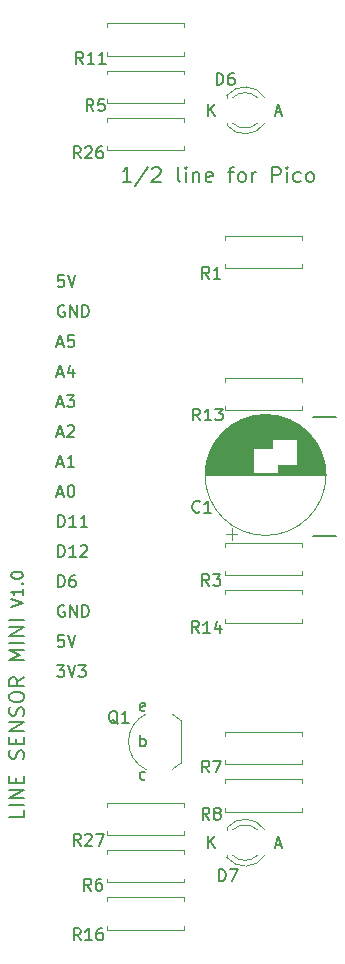
<source format=gto>
G04 #@! TF.GenerationSoftware,KiCad,Pcbnew,8.0.6*
G04 #@! TF.CreationDate,2024-10-20T17:09:58+01:00*
G04 #@! TF.ProjectId,line-sensor-mini-kes,6c696e65-2d73-4656-9e73-6f722d6d696e,rev?*
G04 #@! TF.SameCoordinates,Original*
G04 #@! TF.FileFunction,Legend,Top*
G04 #@! TF.FilePolarity,Positive*
%FSLAX46Y46*%
G04 Gerber Fmt 4.6, Leading zero omitted, Abs format (unit mm)*
G04 Created by KiCad (PCBNEW 8.0.6) date 2024-10-20 17:09:58*
%MOMM*%
%LPD*%
G01*
G04 APERTURE LIST*
%ADD10C,0.150000*%
%ADD11C,0.200000*%
%ADD12C,0.120000*%
%ADD13R,1.800000X1.800000*%
%ADD14C,1.800000*%
%ADD15C,1.600000*%
%ADD16O,1.600000X1.600000*%
%ADD17C,3.200000*%
%ADD18R,1.600000X1.600000*%
%ADD19R,1.700000X1.700000*%
%ADD20O,1.700000X1.700000*%
G04 APERTURE END LIST*
D10*
X167000000Y-100000000D02*
X165000000Y-100000000D01*
X167000000Y-110000000D02*
X165000000Y-110000000D01*
X143912969Y-118424819D02*
X143436779Y-118424819D01*
X143436779Y-118424819D02*
X143389160Y-118901009D01*
X143389160Y-118901009D02*
X143436779Y-118853390D01*
X143436779Y-118853390D02*
X143532017Y-118805771D01*
X143532017Y-118805771D02*
X143770112Y-118805771D01*
X143770112Y-118805771D02*
X143865350Y-118853390D01*
X143865350Y-118853390D02*
X143912969Y-118901009D01*
X143912969Y-118901009D02*
X143960588Y-118996247D01*
X143960588Y-118996247D02*
X143960588Y-119234342D01*
X143960588Y-119234342D02*
X143912969Y-119329580D01*
X143912969Y-119329580D02*
X143865350Y-119377200D01*
X143865350Y-119377200D02*
X143770112Y-119424819D01*
X143770112Y-119424819D02*
X143532017Y-119424819D01*
X143532017Y-119424819D02*
X143436779Y-119377200D01*
X143436779Y-119377200D02*
X143389160Y-119329580D01*
X144246303Y-118424819D02*
X144579636Y-119424819D01*
X144579636Y-119424819D02*
X144912969Y-118424819D01*
X143389160Y-98819104D02*
X143865350Y-98819104D01*
X143293922Y-99104819D02*
X143627255Y-98104819D01*
X143627255Y-98104819D02*
X143960588Y-99104819D01*
X144198684Y-98104819D02*
X144817731Y-98104819D01*
X144817731Y-98104819D02*
X144484398Y-98485771D01*
X144484398Y-98485771D02*
X144627255Y-98485771D01*
X144627255Y-98485771D02*
X144722493Y-98533390D01*
X144722493Y-98533390D02*
X144770112Y-98581009D01*
X144770112Y-98581009D02*
X144817731Y-98676247D01*
X144817731Y-98676247D02*
X144817731Y-98914342D01*
X144817731Y-98914342D02*
X144770112Y-99009580D01*
X144770112Y-99009580D02*
X144722493Y-99057200D01*
X144722493Y-99057200D02*
X144627255Y-99104819D01*
X144627255Y-99104819D02*
X144341541Y-99104819D01*
X144341541Y-99104819D02*
X144246303Y-99057200D01*
X144246303Y-99057200D02*
X144198684Y-99009580D01*
D11*
X140567873Y-133238094D02*
X140567873Y-133833332D01*
X140567873Y-133833332D02*
X139317873Y-133833332D01*
X140567873Y-132821427D02*
X139317873Y-132821427D01*
X140567873Y-132226189D02*
X139317873Y-132226189D01*
X139317873Y-132226189D02*
X140567873Y-131511904D01*
X140567873Y-131511904D02*
X139317873Y-131511904D01*
X139913111Y-130916665D02*
X139913111Y-130499999D01*
X140567873Y-130321427D02*
X140567873Y-130916665D01*
X140567873Y-130916665D02*
X139317873Y-130916665D01*
X139317873Y-130916665D02*
X139317873Y-130321427D01*
X140508350Y-128892856D02*
X140567873Y-128714285D01*
X140567873Y-128714285D02*
X140567873Y-128416666D01*
X140567873Y-128416666D02*
X140508350Y-128297618D01*
X140508350Y-128297618D02*
X140448826Y-128238094D01*
X140448826Y-128238094D02*
X140329778Y-128178571D01*
X140329778Y-128178571D02*
X140210730Y-128178571D01*
X140210730Y-128178571D02*
X140091683Y-128238094D01*
X140091683Y-128238094D02*
X140032159Y-128297618D01*
X140032159Y-128297618D02*
X139972635Y-128416666D01*
X139972635Y-128416666D02*
X139913111Y-128654761D01*
X139913111Y-128654761D02*
X139853588Y-128773809D01*
X139853588Y-128773809D02*
X139794064Y-128833332D01*
X139794064Y-128833332D02*
X139675016Y-128892856D01*
X139675016Y-128892856D02*
X139555969Y-128892856D01*
X139555969Y-128892856D02*
X139436921Y-128833332D01*
X139436921Y-128833332D02*
X139377397Y-128773809D01*
X139377397Y-128773809D02*
X139317873Y-128654761D01*
X139317873Y-128654761D02*
X139317873Y-128357142D01*
X139317873Y-128357142D02*
X139377397Y-128178571D01*
X139913111Y-127642856D02*
X139913111Y-127226190D01*
X140567873Y-127047618D02*
X140567873Y-127642856D01*
X140567873Y-127642856D02*
X139317873Y-127642856D01*
X139317873Y-127642856D02*
X139317873Y-127047618D01*
X140567873Y-126511904D02*
X139317873Y-126511904D01*
X139317873Y-126511904D02*
X140567873Y-125797619D01*
X140567873Y-125797619D02*
X139317873Y-125797619D01*
X140508350Y-125261904D02*
X140567873Y-125083333D01*
X140567873Y-125083333D02*
X140567873Y-124785714D01*
X140567873Y-124785714D02*
X140508350Y-124666666D01*
X140508350Y-124666666D02*
X140448826Y-124607142D01*
X140448826Y-124607142D02*
X140329778Y-124547619D01*
X140329778Y-124547619D02*
X140210730Y-124547619D01*
X140210730Y-124547619D02*
X140091683Y-124607142D01*
X140091683Y-124607142D02*
X140032159Y-124666666D01*
X140032159Y-124666666D02*
X139972635Y-124785714D01*
X139972635Y-124785714D02*
X139913111Y-125023809D01*
X139913111Y-125023809D02*
X139853588Y-125142857D01*
X139853588Y-125142857D02*
X139794064Y-125202380D01*
X139794064Y-125202380D02*
X139675016Y-125261904D01*
X139675016Y-125261904D02*
X139555969Y-125261904D01*
X139555969Y-125261904D02*
X139436921Y-125202380D01*
X139436921Y-125202380D02*
X139377397Y-125142857D01*
X139377397Y-125142857D02*
X139317873Y-125023809D01*
X139317873Y-125023809D02*
X139317873Y-124726190D01*
X139317873Y-124726190D02*
X139377397Y-124547619D01*
X139317873Y-123773809D02*
X139317873Y-123535714D01*
X139317873Y-123535714D02*
X139377397Y-123416666D01*
X139377397Y-123416666D02*
X139496445Y-123297619D01*
X139496445Y-123297619D02*
X139734540Y-123238095D01*
X139734540Y-123238095D02*
X140151207Y-123238095D01*
X140151207Y-123238095D02*
X140389302Y-123297619D01*
X140389302Y-123297619D02*
X140508350Y-123416666D01*
X140508350Y-123416666D02*
X140567873Y-123535714D01*
X140567873Y-123535714D02*
X140567873Y-123773809D01*
X140567873Y-123773809D02*
X140508350Y-123892857D01*
X140508350Y-123892857D02*
X140389302Y-124011904D01*
X140389302Y-124011904D02*
X140151207Y-124071428D01*
X140151207Y-124071428D02*
X139734540Y-124071428D01*
X139734540Y-124071428D02*
X139496445Y-124011904D01*
X139496445Y-124011904D02*
X139377397Y-123892857D01*
X139377397Y-123892857D02*
X139317873Y-123773809D01*
X140567873Y-121988095D02*
X139972635Y-122404761D01*
X140567873Y-122702380D02*
X139317873Y-122702380D01*
X139317873Y-122702380D02*
X139317873Y-122226190D01*
X139317873Y-122226190D02*
X139377397Y-122107142D01*
X139377397Y-122107142D02*
X139436921Y-122047619D01*
X139436921Y-122047619D02*
X139555969Y-121988095D01*
X139555969Y-121988095D02*
X139734540Y-121988095D01*
X139734540Y-121988095D02*
X139853588Y-122047619D01*
X139853588Y-122047619D02*
X139913111Y-122107142D01*
X139913111Y-122107142D02*
X139972635Y-122226190D01*
X139972635Y-122226190D02*
X139972635Y-122702380D01*
X140567873Y-120499999D02*
X139317873Y-120499999D01*
X139317873Y-120499999D02*
X140210730Y-120083333D01*
X140210730Y-120083333D02*
X139317873Y-119666666D01*
X139317873Y-119666666D02*
X140567873Y-119666666D01*
X140567873Y-119071428D02*
X139317873Y-119071428D01*
X140567873Y-118476190D02*
X139317873Y-118476190D01*
X139317873Y-118476190D02*
X140567873Y-117761905D01*
X140567873Y-117761905D02*
X139317873Y-117761905D01*
X140567873Y-117166666D02*
X139317873Y-117166666D01*
D10*
X156138095Y-74454819D02*
X156138095Y-73454819D01*
X156709523Y-74454819D02*
X156280952Y-73883390D01*
X156709523Y-73454819D02*
X156138095Y-74026247D01*
X143341541Y-120964819D02*
X143960588Y-120964819D01*
X143960588Y-120964819D02*
X143627255Y-121345771D01*
X143627255Y-121345771D02*
X143770112Y-121345771D01*
X143770112Y-121345771D02*
X143865350Y-121393390D01*
X143865350Y-121393390D02*
X143912969Y-121441009D01*
X143912969Y-121441009D02*
X143960588Y-121536247D01*
X143960588Y-121536247D02*
X143960588Y-121774342D01*
X143960588Y-121774342D02*
X143912969Y-121869580D01*
X143912969Y-121869580D02*
X143865350Y-121917200D01*
X143865350Y-121917200D02*
X143770112Y-121964819D01*
X143770112Y-121964819D02*
X143484398Y-121964819D01*
X143484398Y-121964819D02*
X143389160Y-121917200D01*
X143389160Y-121917200D02*
X143341541Y-121869580D01*
X144246303Y-120964819D02*
X144579636Y-121964819D01*
X144579636Y-121964819D02*
X144912969Y-120964819D01*
X145151065Y-120964819D02*
X145770112Y-120964819D01*
X145770112Y-120964819D02*
X145436779Y-121345771D01*
X145436779Y-121345771D02*
X145579636Y-121345771D01*
X145579636Y-121345771D02*
X145674874Y-121393390D01*
X145674874Y-121393390D02*
X145722493Y-121441009D01*
X145722493Y-121441009D02*
X145770112Y-121536247D01*
X145770112Y-121536247D02*
X145770112Y-121774342D01*
X145770112Y-121774342D02*
X145722493Y-121869580D01*
X145722493Y-121869580D02*
X145674874Y-121917200D01*
X145674874Y-121917200D02*
X145579636Y-121964819D01*
X145579636Y-121964819D02*
X145293922Y-121964819D01*
X145293922Y-121964819D02*
X145198684Y-121917200D01*
X145198684Y-121917200D02*
X145151065Y-121869580D01*
X156138095Y-136454819D02*
X156138095Y-135454819D01*
X156709523Y-136454819D02*
X156280952Y-135883390D01*
X156709523Y-135454819D02*
X156138095Y-136026247D01*
X150838095Y-130607200D02*
X150742857Y-130654819D01*
X150742857Y-130654819D02*
X150552381Y-130654819D01*
X150552381Y-130654819D02*
X150457143Y-130607200D01*
X150457143Y-130607200D02*
X150409524Y-130559580D01*
X150409524Y-130559580D02*
X150361905Y-130464342D01*
X150361905Y-130464342D02*
X150361905Y-130178628D01*
X150361905Y-130178628D02*
X150409524Y-130083390D01*
X150409524Y-130083390D02*
X150457143Y-130035771D01*
X150457143Y-130035771D02*
X150552381Y-129988152D01*
X150552381Y-129988152D02*
X150742857Y-129988152D01*
X150742857Y-129988152D02*
X150838095Y-130035771D01*
X143436779Y-114344819D02*
X143436779Y-113344819D01*
X143436779Y-113344819D02*
X143674874Y-113344819D01*
X143674874Y-113344819D02*
X143817731Y-113392438D01*
X143817731Y-113392438D02*
X143912969Y-113487676D01*
X143912969Y-113487676D02*
X143960588Y-113582914D01*
X143960588Y-113582914D02*
X144008207Y-113773390D01*
X144008207Y-113773390D02*
X144008207Y-113916247D01*
X144008207Y-113916247D02*
X143960588Y-114106723D01*
X143960588Y-114106723D02*
X143912969Y-114201961D01*
X143912969Y-114201961D02*
X143817731Y-114297200D01*
X143817731Y-114297200D02*
X143674874Y-114344819D01*
X143674874Y-114344819D02*
X143436779Y-114344819D01*
X144865350Y-113344819D02*
X144674874Y-113344819D01*
X144674874Y-113344819D02*
X144579636Y-113392438D01*
X144579636Y-113392438D02*
X144532017Y-113440057D01*
X144532017Y-113440057D02*
X144436779Y-113582914D01*
X144436779Y-113582914D02*
X144389160Y-113773390D01*
X144389160Y-113773390D02*
X144389160Y-114154342D01*
X144389160Y-114154342D02*
X144436779Y-114249580D01*
X144436779Y-114249580D02*
X144484398Y-114297200D01*
X144484398Y-114297200D02*
X144579636Y-114344819D01*
X144579636Y-114344819D02*
X144770112Y-114344819D01*
X144770112Y-114344819D02*
X144865350Y-114297200D01*
X144865350Y-114297200D02*
X144912969Y-114249580D01*
X144912969Y-114249580D02*
X144960588Y-114154342D01*
X144960588Y-114154342D02*
X144960588Y-113916247D01*
X144960588Y-113916247D02*
X144912969Y-113821009D01*
X144912969Y-113821009D02*
X144865350Y-113773390D01*
X144865350Y-113773390D02*
X144770112Y-113725771D01*
X144770112Y-113725771D02*
X144579636Y-113725771D01*
X144579636Y-113725771D02*
X144484398Y-113773390D01*
X144484398Y-113773390D02*
X144436779Y-113821009D01*
X144436779Y-113821009D02*
X144389160Y-113916247D01*
X143389160Y-106439104D02*
X143865350Y-106439104D01*
X143293922Y-106724819D02*
X143627255Y-105724819D01*
X143627255Y-105724819D02*
X143960588Y-106724819D01*
X144484398Y-105724819D02*
X144579636Y-105724819D01*
X144579636Y-105724819D02*
X144674874Y-105772438D01*
X144674874Y-105772438D02*
X144722493Y-105820057D01*
X144722493Y-105820057D02*
X144770112Y-105915295D01*
X144770112Y-105915295D02*
X144817731Y-106105771D01*
X144817731Y-106105771D02*
X144817731Y-106343866D01*
X144817731Y-106343866D02*
X144770112Y-106534342D01*
X144770112Y-106534342D02*
X144722493Y-106629580D01*
X144722493Y-106629580D02*
X144674874Y-106677200D01*
X144674874Y-106677200D02*
X144579636Y-106724819D01*
X144579636Y-106724819D02*
X144484398Y-106724819D01*
X144484398Y-106724819D02*
X144389160Y-106677200D01*
X144389160Y-106677200D02*
X144341541Y-106629580D01*
X144341541Y-106629580D02*
X144293922Y-106534342D01*
X144293922Y-106534342D02*
X144246303Y-106343866D01*
X144246303Y-106343866D02*
X144246303Y-106105771D01*
X144246303Y-106105771D02*
X144293922Y-105915295D01*
X144293922Y-105915295D02*
X144341541Y-105820057D01*
X144341541Y-105820057D02*
X144389160Y-105772438D01*
X144389160Y-105772438D02*
X144484398Y-105724819D01*
X150790476Y-124807200D02*
X150695238Y-124854819D01*
X150695238Y-124854819D02*
X150504762Y-124854819D01*
X150504762Y-124854819D02*
X150409524Y-124807200D01*
X150409524Y-124807200D02*
X150361905Y-124711961D01*
X150361905Y-124711961D02*
X150361905Y-124331009D01*
X150361905Y-124331009D02*
X150409524Y-124235771D01*
X150409524Y-124235771D02*
X150504762Y-124188152D01*
X150504762Y-124188152D02*
X150695238Y-124188152D01*
X150695238Y-124188152D02*
X150790476Y-124235771D01*
X150790476Y-124235771D02*
X150838095Y-124331009D01*
X150838095Y-124331009D02*
X150838095Y-124426247D01*
X150838095Y-124426247D02*
X150361905Y-124521485D01*
X143960588Y-90532438D02*
X143865350Y-90484819D01*
X143865350Y-90484819D02*
X143722493Y-90484819D01*
X143722493Y-90484819D02*
X143579636Y-90532438D01*
X143579636Y-90532438D02*
X143484398Y-90627676D01*
X143484398Y-90627676D02*
X143436779Y-90722914D01*
X143436779Y-90722914D02*
X143389160Y-90913390D01*
X143389160Y-90913390D02*
X143389160Y-91056247D01*
X143389160Y-91056247D02*
X143436779Y-91246723D01*
X143436779Y-91246723D02*
X143484398Y-91341961D01*
X143484398Y-91341961D02*
X143579636Y-91437200D01*
X143579636Y-91437200D02*
X143722493Y-91484819D01*
X143722493Y-91484819D02*
X143817731Y-91484819D01*
X143817731Y-91484819D02*
X143960588Y-91437200D01*
X143960588Y-91437200D02*
X144008207Y-91389580D01*
X144008207Y-91389580D02*
X144008207Y-91056247D01*
X144008207Y-91056247D02*
X143817731Y-91056247D01*
X144436779Y-91484819D02*
X144436779Y-90484819D01*
X144436779Y-90484819D02*
X145008207Y-91484819D01*
X145008207Y-91484819D02*
X145008207Y-90484819D01*
X145484398Y-91484819D02*
X145484398Y-90484819D01*
X145484398Y-90484819D02*
X145722493Y-90484819D01*
X145722493Y-90484819D02*
X145865350Y-90532438D01*
X145865350Y-90532438D02*
X145960588Y-90627676D01*
X145960588Y-90627676D02*
X146008207Y-90722914D01*
X146008207Y-90722914D02*
X146055826Y-90913390D01*
X146055826Y-90913390D02*
X146055826Y-91056247D01*
X146055826Y-91056247D02*
X146008207Y-91246723D01*
X146008207Y-91246723D02*
X145960588Y-91341961D01*
X145960588Y-91341961D02*
X145865350Y-91437200D01*
X145865350Y-91437200D02*
X145722493Y-91484819D01*
X145722493Y-91484819D02*
X145484398Y-91484819D01*
X161861905Y-136169104D02*
X162338095Y-136169104D01*
X161766667Y-136454819D02*
X162100000Y-135454819D01*
X162100000Y-135454819D02*
X162433333Y-136454819D01*
X139454819Y-116023808D02*
X140454819Y-115690475D01*
X140454819Y-115690475D02*
X139454819Y-115357142D01*
X140454819Y-114499999D02*
X140454819Y-115071427D01*
X140454819Y-114785713D02*
X139454819Y-114785713D01*
X139454819Y-114785713D02*
X139597676Y-114880951D01*
X139597676Y-114880951D02*
X139692914Y-114976189D01*
X139692914Y-114976189D02*
X139740533Y-115071427D01*
X140359580Y-114071427D02*
X140407200Y-114023808D01*
X140407200Y-114023808D02*
X140454819Y-114071427D01*
X140454819Y-114071427D02*
X140407200Y-114119046D01*
X140407200Y-114119046D02*
X140359580Y-114071427D01*
X140359580Y-114071427D02*
X140454819Y-114071427D01*
X139454819Y-113404761D02*
X139454819Y-113309523D01*
X139454819Y-113309523D02*
X139502438Y-113214285D01*
X139502438Y-113214285D02*
X139550057Y-113166666D01*
X139550057Y-113166666D02*
X139645295Y-113119047D01*
X139645295Y-113119047D02*
X139835771Y-113071428D01*
X139835771Y-113071428D02*
X140073866Y-113071428D01*
X140073866Y-113071428D02*
X140264342Y-113119047D01*
X140264342Y-113119047D02*
X140359580Y-113166666D01*
X140359580Y-113166666D02*
X140407200Y-113214285D01*
X140407200Y-113214285D02*
X140454819Y-113309523D01*
X140454819Y-113309523D02*
X140454819Y-113404761D01*
X140454819Y-113404761D02*
X140407200Y-113499999D01*
X140407200Y-113499999D02*
X140359580Y-113547618D01*
X140359580Y-113547618D02*
X140264342Y-113595237D01*
X140264342Y-113595237D02*
X140073866Y-113642856D01*
X140073866Y-113642856D02*
X139835771Y-113642856D01*
X139835771Y-113642856D02*
X139645295Y-113595237D01*
X139645295Y-113595237D02*
X139550057Y-113547618D01*
X139550057Y-113547618D02*
X139502438Y-113499999D01*
X139502438Y-113499999D02*
X139454819Y-113404761D01*
X143389160Y-96279104D02*
X143865350Y-96279104D01*
X143293922Y-96564819D02*
X143627255Y-95564819D01*
X143627255Y-95564819D02*
X143960588Y-96564819D01*
X144722493Y-95898152D02*
X144722493Y-96564819D01*
X144484398Y-95517200D02*
X144246303Y-96231485D01*
X144246303Y-96231485D02*
X144865350Y-96231485D01*
X143436779Y-109264819D02*
X143436779Y-108264819D01*
X143436779Y-108264819D02*
X143674874Y-108264819D01*
X143674874Y-108264819D02*
X143817731Y-108312438D01*
X143817731Y-108312438D02*
X143912969Y-108407676D01*
X143912969Y-108407676D02*
X143960588Y-108502914D01*
X143960588Y-108502914D02*
X144008207Y-108693390D01*
X144008207Y-108693390D02*
X144008207Y-108836247D01*
X144008207Y-108836247D02*
X143960588Y-109026723D01*
X143960588Y-109026723D02*
X143912969Y-109121961D01*
X143912969Y-109121961D02*
X143817731Y-109217200D01*
X143817731Y-109217200D02*
X143674874Y-109264819D01*
X143674874Y-109264819D02*
X143436779Y-109264819D01*
X144960588Y-109264819D02*
X144389160Y-109264819D01*
X144674874Y-109264819D02*
X144674874Y-108264819D01*
X144674874Y-108264819D02*
X144579636Y-108407676D01*
X144579636Y-108407676D02*
X144484398Y-108502914D01*
X144484398Y-108502914D02*
X144389160Y-108550533D01*
X145912969Y-109264819D02*
X145341541Y-109264819D01*
X145627255Y-109264819D02*
X145627255Y-108264819D01*
X145627255Y-108264819D02*
X145532017Y-108407676D01*
X145532017Y-108407676D02*
X145436779Y-108502914D01*
X145436779Y-108502914D02*
X145341541Y-108550533D01*
X143960588Y-115932438D02*
X143865350Y-115884819D01*
X143865350Y-115884819D02*
X143722493Y-115884819D01*
X143722493Y-115884819D02*
X143579636Y-115932438D01*
X143579636Y-115932438D02*
X143484398Y-116027676D01*
X143484398Y-116027676D02*
X143436779Y-116122914D01*
X143436779Y-116122914D02*
X143389160Y-116313390D01*
X143389160Y-116313390D02*
X143389160Y-116456247D01*
X143389160Y-116456247D02*
X143436779Y-116646723D01*
X143436779Y-116646723D02*
X143484398Y-116741961D01*
X143484398Y-116741961D02*
X143579636Y-116837200D01*
X143579636Y-116837200D02*
X143722493Y-116884819D01*
X143722493Y-116884819D02*
X143817731Y-116884819D01*
X143817731Y-116884819D02*
X143960588Y-116837200D01*
X143960588Y-116837200D02*
X144008207Y-116789580D01*
X144008207Y-116789580D02*
X144008207Y-116456247D01*
X144008207Y-116456247D02*
X143817731Y-116456247D01*
X144436779Y-116884819D02*
X144436779Y-115884819D01*
X144436779Y-115884819D02*
X145008207Y-116884819D01*
X145008207Y-116884819D02*
X145008207Y-115884819D01*
X145484398Y-116884819D02*
X145484398Y-115884819D01*
X145484398Y-115884819D02*
X145722493Y-115884819D01*
X145722493Y-115884819D02*
X145865350Y-115932438D01*
X145865350Y-115932438D02*
X145960588Y-116027676D01*
X145960588Y-116027676D02*
X146008207Y-116122914D01*
X146008207Y-116122914D02*
X146055826Y-116313390D01*
X146055826Y-116313390D02*
X146055826Y-116456247D01*
X146055826Y-116456247D02*
X146008207Y-116646723D01*
X146008207Y-116646723D02*
X145960588Y-116741961D01*
X145960588Y-116741961D02*
X145865350Y-116837200D01*
X145865350Y-116837200D02*
X145722493Y-116884819D01*
X145722493Y-116884819D02*
X145484398Y-116884819D01*
X161861905Y-74169104D02*
X162338095Y-74169104D01*
X161766667Y-74454819D02*
X162100000Y-73454819D01*
X162100000Y-73454819D02*
X162433333Y-74454819D01*
D11*
X149619047Y-80067873D02*
X148904762Y-80067873D01*
X149261905Y-80067873D02*
X149261905Y-78817873D01*
X149261905Y-78817873D02*
X149142857Y-78996445D01*
X149142857Y-78996445D02*
X149023809Y-79115492D01*
X149023809Y-79115492D02*
X148904762Y-79175016D01*
X151047619Y-78758350D02*
X149976190Y-80365492D01*
X151404762Y-78936921D02*
X151464286Y-78877397D01*
X151464286Y-78877397D02*
X151583333Y-78817873D01*
X151583333Y-78817873D02*
X151880952Y-78817873D01*
X151880952Y-78817873D02*
X152000000Y-78877397D01*
X152000000Y-78877397D02*
X152059524Y-78936921D01*
X152059524Y-78936921D02*
X152119047Y-79055969D01*
X152119047Y-79055969D02*
X152119047Y-79175016D01*
X152119047Y-79175016D02*
X152059524Y-79353588D01*
X152059524Y-79353588D02*
X151345238Y-80067873D01*
X151345238Y-80067873D02*
X152119047Y-80067873D01*
X153785714Y-80067873D02*
X153666666Y-80008350D01*
X153666666Y-80008350D02*
X153607143Y-79889302D01*
X153607143Y-79889302D02*
X153607143Y-78817873D01*
X154261905Y-80067873D02*
X154261905Y-79234540D01*
X154261905Y-78817873D02*
X154202381Y-78877397D01*
X154202381Y-78877397D02*
X154261905Y-78936921D01*
X154261905Y-78936921D02*
X154321428Y-78877397D01*
X154321428Y-78877397D02*
X154261905Y-78817873D01*
X154261905Y-78817873D02*
X154261905Y-78936921D01*
X154857143Y-79234540D02*
X154857143Y-80067873D01*
X154857143Y-79353588D02*
X154916666Y-79294064D01*
X154916666Y-79294064D02*
X155035714Y-79234540D01*
X155035714Y-79234540D02*
X155214285Y-79234540D01*
X155214285Y-79234540D02*
X155333333Y-79294064D01*
X155333333Y-79294064D02*
X155392857Y-79413111D01*
X155392857Y-79413111D02*
X155392857Y-80067873D01*
X156464285Y-80008350D02*
X156345237Y-80067873D01*
X156345237Y-80067873D02*
X156107142Y-80067873D01*
X156107142Y-80067873D02*
X155988095Y-80008350D01*
X155988095Y-80008350D02*
X155928571Y-79889302D01*
X155928571Y-79889302D02*
X155928571Y-79413111D01*
X155928571Y-79413111D02*
X155988095Y-79294064D01*
X155988095Y-79294064D02*
X156107142Y-79234540D01*
X156107142Y-79234540D02*
X156345237Y-79234540D01*
X156345237Y-79234540D02*
X156464285Y-79294064D01*
X156464285Y-79294064D02*
X156523809Y-79413111D01*
X156523809Y-79413111D02*
X156523809Y-79532159D01*
X156523809Y-79532159D02*
X155928571Y-79651207D01*
X157833333Y-79234540D02*
X158309524Y-79234540D01*
X158011905Y-80067873D02*
X158011905Y-78996445D01*
X158011905Y-78996445D02*
X158071428Y-78877397D01*
X158071428Y-78877397D02*
X158190476Y-78817873D01*
X158190476Y-78817873D02*
X158309524Y-78817873D01*
X158904762Y-80067873D02*
X158785714Y-80008350D01*
X158785714Y-80008350D02*
X158726191Y-79948826D01*
X158726191Y-79948826D02*
X158666667Y-79829778D01*
X158666667Y-79829778D02*
X158666667Y-79472635D01*
X158666667Y-79472635D02*
X158726191Y-79353588D01*
X158726191Y-79353588D02*
X158785714Y-79294064D01*
X158785714Y-79294064D02*
X158904762Y-79234540D01*
X158904762Y-79234540D02*
X159083333Y-79234540D01*
X159083333Y-79234540D02*
X159202381Y-79294064D01*
X159202381Y-79294064D02*
X159261905Y-79353588D01*
X159261905Y-79353588D02*
X159321429Y-79472635D01*
X159321429Y-79472635D02*
X159321429Y-79829778D01*
X159321429Y-79829778D02*
X159261905Y-79948826D01*
X159261905Y-79948826D02*
X159202381Y-80008350D01*
X159202381Y-80008350D02*
X159083333Y-80067873D01*
X159083333Y-80067873D02*
X158904762Y-80067873D01*
X159857143Y-80067873D02*
X159857143Y-79234540D01*
X159857143Y-79472635D02*
X159916666Y-79353588D01*
X159916666Y-79353588D02*
X159976190Y-79294064D01*
X159976190Y-79294064D02*
X160095238Y-79234540D01*
X160095238Y-79234540D02*
X160214285Y-79234540D01*
X161583334Y-80067873D02*
X161583334Y-78817873D01*
X161583334Y-78817873D02*
X162059524Y-78817873D01*
X162059524Y-78817873D02*
X162178572Y-78877397D01*
X162178572Y-78877397D02*
X162238095Y-78936921D01*
X162238095Y-78936921D02*
X162297619Y-79055969D01*
X162297619Y-79055969D02*
X162297619Y-79234540D01*
X162297619Y-79234540D02*
X162238095Y-79353588D01*
X162238095Y-79353588D02*
X162178572Y-79413111D01*
X162178572Y-79413111D02*
X162059524Y-79472635D01*
X162059524Y-79472635D02*
X161583334Y-79472635D01*
X162833334Y-80067873D02*
X162833334Y-79234540D01*
X162833334Y-78817873D02*
X162773810Y-78877397D01*
X162773810Y-78877397D02*
X162833334Y-78936921D01*
X162833334Y-78936921D02*
X162892857Y-78877397D01*
X162892857Y-78877397D02*
X162833334Y-78817873D01*
X162833334Y-78817873D02*
X162833334Y-78936921D01*
X163964286Y-80008350D02*
X163845238Y-80067873D01*
X163845238Y-80067873D02*
X163607143Y-80067873D01*
X163607143Y-80067873D02*
X163488095Y-80008350D01*
X163488095Y-80008350D02*
X163428572Y-79948826D01*
X163428572Y-79948826D02*
X163369048Y-79829778D01*
X163369048Y-79829778D02*
X163369048Y-79472635D01*
X163369048Y-79472635D02*
X163428572Y-79353588D01*
X163428572Y-79353588D02*
X163488095Y-79294064D01*
X163488095Y-79294064D02*
X163607143Y-79234540D01*
X163607143Y-79234540D02*
X163845238Y-79234540D01*
X163845238Y-79234540D02*
X163964286Y-79294064D01*
X164678572Y-80067873D02*
X164559524Y-80008350D01*
X164559524Y-80008350D02*
X164500001Y-79948826D01*
X164500001Y-79948826D02*
X164440477Y-79829778D01*
X164440477Y-79829778D02*
X164440477Y-79472635D01*
X164440477Y-79472635D02*
X164500001Y-79353588D01*
X164500001Y-79353588D02*
X164559524Y-79294064D01*
X164559524Y-79294064D02*
X164678572Y-79234540D01*
X164678572Y-79234540D02*
X164857143Y-79234540D01*
X164857143Y-79234540D02*
X164976191Y-79294064D01*
X164976191Y-79294064D02*
X165035715Y-79353588D01*
X165035715Y-79353588D02*
X165095239Y-79472635D01*
X165095239Y-79472635D02*
X165095239Y-79829778D01*
X165095239Y-79829778D02*
X165035715Y-79948826D01*
X165035715Y-79948826D02*
X164976191Y-80008350D01*
X164976191Y-80008350D02*
X164857143Y-80067873D01*
X164857143Y-80067873D02*
X164678572Y-80067873D01*
D10*
X143389160Y-101359104D02*
X143865350Y-101359104D01*
X143293922Y-101644819D02*
X143627255Y-100644819D01*
X143627255Y-100644819D02*
X143960588Y-101644819D01*
X144246303Y-100740057D02*
X144293922Y-100692438D01*
X144293922Y-100692438D02*
X144389160Y-100644819D01*
X144389160Y-100644819D02*
X144627255Y-100644819D01*
X144627255Y-100644819D02*
X144722493Y-100692438D01*
X144722493Y-100692438D02*
X144770112Y-100740057D01*
X144770112Y-100740057D02*
X144817731Y-100835295D01*
X144817731Y-100835295D02*
X144817731Y-100930533D01*
X144817731Y-100930533D02*
X144770112Y-101073390D01*
X144770112Y-101073390D02*
X144198684Y-101644819D01*
X144198684Y-101644819D02*
X144817731Y-101644819D01*
X143389160Y-103899104D02*
X143865350Y-103899104D01*
X143293922Y-104184819D02*
X143627255Y-103184819D01*
X143627255Y-103184819D02*
X143960588Y-104184819D01*
X144817731Y-104184819D02*
X144246303Y-104184819D01*
X144532017Y-104184819D02*
X144532017Y-103184819D01*
X144532017Y-103184819D02*
X144436779Y-103327676D01*
X144436779Y-103327676D02*
X144341541Y-103422914D01*
X144341541Y-103422914D02*
X144246303Y-103470533D01*
X143389160Y-93739104D02*
X143865350Y-93739104D01*
X143293922Y-94024819D02*
X143627255Y-93024819D01*
X143627255Y-93024819D02*
X143960588Y-94024819D01*
X144770112Y-93024819D02*
X144293922Y-93024819D01*
X144293922Y-93024819D02*
X144246303Y-93501009D01*
X144246303Y-93501009D02*
X144293922Y-93453390D01*
X144293922Y-93453390D02*
X144389160Y-93405771D01*
X144389160Y-93405771D02*
X144627255Y-93405771D01*
X144627255Y-93405771D02*
X144722493Y-93453390D01*
X144722493Y-93453390D02*
X144770112Y-93501009D01*
X144770112Y-93501009D02*
X144817731Y-93596247D01*
X144817731Y-93596247D02*
X144817731Y-93834342D01*
X144817731Y-93834342D02*
X144770112Y-93929580D01*
X144770112Y-93929580D02*
X144722493Y-93977200D01*
X144722493Y-93977200D02*
X144627255Y-94024819D01*
X144627255Y-94024819D02*
X144389160Y-94024819D01*
X144389160Y-94024819D02*
X144293922Y-93977200D01*
X144293922Y-93977200D02*
X144246303Y-93929580D01*
X143912969Y-87944819D02*
X143436779Y-87944819D01*
X143436779Y-87944819D02*
X143389160Y-88421009D01*
X143389160Y-88421009D02*
X143436779Y-88373390D01*
X143436779Y-88373390D02*
X143532017Y-88325771D01*
X143532017Y-88325771D02*
X143770112Y-88325771D01*
X143770112Y-88325771D02*
X143865350Y-88373390D01*
X143865350Y-88373390D02*
X143912969Y-88421009D01*
X143912969Y-88421009D02*
X143960588Y-88516247D01*
X143960588Y-88516247D02*
X143960588Y-88754342D01*
X143960588Y-88754342D02*
X143912969Y-88849580D01*
X143912969Y-88849580D02*
X143865350Y-88897200D01*
X143865350Y-88897200D02*
X143770112Y-88944819D01*
X143770112Y-88944819D02*
X143532017Y-88944819D01*
X143532017Y-88944819D02*
X143436779Y-88897200D01*
X143436779Y-88897200D02*
X143389160Y-88849580D01*
X144246303Y-87944819D02*
X144579636Y-88944819D01*
X144579636Y-88944819D02*
X144912969Y-87944819D01*
X143436779Y-111804819D02*
X143436779Y-110804819D01*
X143436779Y-110804819D02*
X143674874Y-110804819D01*
X143674874Y-110804819D02*
X143817731Y-110852438D01*
X143817731Y-110852438D02*
X143912969Y-110947676D01*
X143912969Y-110947676D02*
X143960588Y-111042914D01*
X143960588Y-111042914D02*
X144008207Y-111233390D01*
X144008207Y-111233390D02*
X144008207Y-111376247D01*
X144008207Y-111376247D02*
X143960588Y-111566723D01*
X143960588Y-111566723D02*
X143912969Y-111661961D01*
X143912969Y-111661961D02*
X143817731Y-111757200D01*
X143817731Y-111757200D02*
X143674874Y-111804819D01*
X143674874Y-111804819D02*
X143436779Y-111804819D01*
X144960588Y-111804819D02*
X144389160Y-111804819D01*
X144674874Y-111804819D02*
X144674874Y-110804819D01*
X144674874Y-110804819D02*
X144579636Y-110947676D01*
X144579636Y-110947676D02*
X144484398Y-111042914D01*
X144484398Y-111042914D02*
X144389160Y-111090533D01*
X145341541Y-110900057D02*
X145389160Y-110852438D01*
X145389160Y-110852438D02*
X145484398Y-110804819D01*
X145484398Y-110804819D02*
X145722493Y-110804819D01*
X145722493Y-110804819D02*
X145817731Y-110852438D01*
X145817731Y-110852438D02*
X145865350Y-110900057D01*
X145865350Y-110900057D02*
X145912969Y-110995295D01*
X145912969Y-110995295D02*
X145912969Y-111090533D01*
X145912969Y-111090533D02*
X145865350Y-111233390D01*
X145865350Y-111233390D02*
X145293922Y-111804819D01*
X145293922Y-111804819D02*
X145912969Y-111804819D01*
X150385714Y-127854819D02*
X150385714Y-126854819D01*
X150385714Y-127235771D02*
X150480952Y-127188152D01*
X150480952Y-127188152D02*
X150671428Y-127188152D01*
X150671428Y-127188152D02*
X150766666Y-127235771D01*
X150766666Y-127235771D02*
X150814285Y-127283390D01*
X150814285Y-127283390D02*
X150861904Y-127378628D01*
X150861904Y-127378628D02*
X150861904Y-127664342D01*
X150861904Y-127664342D02*
X150814285Y-127759580D01*
X150814285Y-127759580D02*
X150766666Y-127807200D01*
X150766666Y-127807200D02*
X150671428Y-127854819D01*
X150671428Y-127854819D02*
X150480952Y-127854819D01*
X150480952Y-127854819D02*
X150385714Y-127807200D01*
X148504761Y-125950057D02*
X148409523Y-125902438D01*
X148409523Y-125902438D02*
X148314285Y-125807200D01*
X148314285Y-125807200D02*
X148171428Y-125664342D01*
X148171428Y-125664342D02*
X148076190Y-125616723D01*
X148076190Y-125616723D02*
X147980952Y-125616723D01*
X148028571Y-125854819D02*
X147933333Y-125807200D01*
X147933333Y-125807200D02*
X147838095Y-125711961D01*
X147838095Y-125711961D02*
X147790476Y-125521485D01*
X147790476Y-125521485D02*
X147790476Y-125188152D01*
X147790476Y-125188152D02*
X147838095Y-124997676D01*
X147838095Y-124997676D02*
X147933333Y-124902438D01*
X147933333Y-124902438D02*
X148028571Y-124854819D01*
X148028571Y-124854819D02*
X148219047Y-124854819D01*
X148219047Y-124854819D02*
X148314285Y-124902438D01*
X148314285Y-124902438D02*
X148409523Y-124997676D01*
X148409523Y-124997676D02*
X148457142Y-125188152D01*
X148457142Y-125188152D02*
X148457142Y-125521485D01*
X148457142Y-125521485D02*
X148409523Y-125711961D01*
X148409523Y-125711961D02*
X148314285Y-125807200D01*
X148314285Y-125807200D02*
X148219047Y-125854819D01*
X148219047Y-125854819D02*
X148028571Y-125854819D01*
X149409523Y-125854819D02*
X148838095Y-125854819D01*
X149123809Y-125854819D02*
X149123809Y-124854819D01*
X149123809Y-124854819D02*
X149028571Y-124997676D01*
X149028571Y-124997676D02*
X148933333Y-125092914D01*
X148933333Y-125092914D02*
X148838095Y-125140533D01*
X156233333Y-114254819D02*
X155900000Y-113778628D01*
X155661905Y-114254819D02*
X155661905Y-113254819D01*
X155661905Y-113254819D02*
X156042857Y-113254819D01*
X156042857Y-113254819D02*
X156138095Y-113302438D01*
X156138095Y-113302438D02*
X156185714Y-113350057D01*
X156185714Y-113350057D02*
X156233333Y-113445295D01*
X156233333Y-113445295D02*
X156233333Y-113588152D01*
X156233333Y-113588152D02*
X156185714Y-113683390D01*
X156185714Y-113683390D02*
X156138095Y-113731009D01*
X156138095Y-113731009D02*
X156042857Y-113778628D01*
X156042857Y-113778628D02*
X155661905Y-113778628D01*
X156566667Y-113254819D02*
X157185714Y-113254819D01*
X157185714Y-113254819D02*
X156852381Y-113635771D01*
X156852381Y-113635771D02*
X156995238Y-113635771D01*
X156995238Y-113635771D02*
X157090476Y-113683390D01*
X157090476Y-113683390D02*
X157138095Y-113731009D01*
X157138095Y-113731009D02*
X157185714Y-113826247D01*
X157185714Y-113826247D02*
X157185714Y-114064342D01*
X157185714Y-114064342D02*
X157138095Y-114159580D01*
X157138095Y-114159580D02*
X157090476Y-114207200D01*
X157090476Y-114207200D02*
X156995238Y-114254819D01*
X156995238Y-114254819D02*
X156709524Y-114254819D01*
X156709524Y-114254819D02*
X156614286Y-114207200D01*
X156614286Y-114207200D02*
X156566667Y-114159580D01*
X155357142Y-118254819D02*
X155023809Y-117778628D01*
X154785714Y-118254819D02*
X154785714Y-117254819D01*
X154785714Y-117254819D02*
X155166666Y-117254819D01*
X155166666Y-117254819D02*
X155261904Y-117302438D01*
X155261904Y-117302438D02*
X155309523Y-117350057D01*
X155309523Y-117350057D02*
X155357142Y-117445295D01*
X155357142Y-117445295D02*
X155357142Y-117588152D01*
X155357142Y-117588152D02*
X155309523Y-117683390D01*
X155309523Y-117683390D02*
X155261904Y-117731009D01*
X155261904Y-117731009D02*
X155166666Y-117778628D01*
X155166666Y-117778628D02*
X154785714Y-117778628D01*
X156309523Y-118254819D02*
X155738095Y-118254819D01*
X156023809Y-118254819D02*
X156023809Y-117254819D01*
X156023809Y-117254819D02*
X155928571Y-117397676D01*
X155928571Y-117397676D02*
X155833333Y-117492914D01*
X155833333Y-117492914D02*
X155738095Y-117540533D01*
X157166666Y-117588152D02*
X157166666Y-118254819D01*
X156928571Y-117207200D02*
X156690476Y-117921485D01*
X156690476Y-117921485D02*
X157309523Y-117921485D01*
X155457142Y-100254819D02*
X155123809Y-99778628D01*
X154885714Y-100254819D02*
X154885714Y-99254819D01*
X154885714Y-99254819D02*
X155266666Y-99254819D01*
X155266666Y-99254819D02*
X155361904Y-99302438D01*
X155361904Y-99302438D02*
X155409523Y-99350057D01*
X155409523Y-99350057D02*
X155457142Y-99445295D01*
X155457142Y-99445295D02*
X155457142Y-99588152D01*
X155457142Y-99588152D02*
X155409523Y-99683390D01*
X155409523Y-99683390D02*
X155361904Y-99731009D01*
X155361904Y-99731009D02*
X155266666Y-99778628D01*
X155266666Y-99778628D02*
X154885714Y-99778628D01*
X156409523Y-100254819D02*
X155838095Y-100254819D01*
X156123809Y-100254819D02*
X156123809Y-99254819D01*
X156123809Y-99254819D02*
X156028571Y-99397676D01*
X156028571Y-99397676D02*
X155933333Y-99492914D01*
X155933333Y-99492914D02*
X155838095Y-99540533D01*
X156742857Y-99254819D02*
X157361904Y-99254819D01*
X157361904Y-99254819D02*
X157028571Y-99635771D01*
X157028571Y-99635771D02*
X157171428Y-99635771D01*
X157171428Y-99635771D02*
X157266666Y-99683390D01*
X157266666Y-99683390D02*
X157314285Y-99731009D01*
X157314285Y-99731009D02*
X157361904Y-99826247D01*
X157361904Y-99826247D02*
X157361904Y-100064342D01*
X157361904Y-100064342D02*
X157314285Y-100159580D01*
X157314285Y-100159580D02*
X157266666Y-100207200D01*
X157266666Y-100207200D02*
X157171428Y-100254819D01*
X157171428Y-100254819D02*
X156885714Y-100254819D01*
X156885714Y-100254819D02*
X156790476Y-100207200D01*
X156790476Y-100207200D02*
X156742857Y-100159580D01*
X145357142Y-144254819D02*
X145023809Y-143778628D01*
X144785714Y-144254819D02*
X144785714Y-143254819D01*
X144785714Y-143254819D02*
X145166666Y-143254819D01*
X145166666Y-143254819D02*
X145261904Y-143302438D01*
X145261904Y-143302438D02*
X145309523Y-143350057D01*
X145309523Y-143350057D02*
X145357142Y-143445295D01*
X145357142Y-143445295D02*
X145357142Y-143588152D01*
X145357142Y-143588152D02*
X145309523Y-143683390D01*
X145309523Y-143683390D02*
X145261904Y-143731009D01*
X145261904Y-143731009D02*
X145166666Y-143778628D01*
X145166666Y-143778628D02*
X144785714Y-143778628D01*
X146309523Y-144254819D02*
X145738095Y-144254819D01*
X146023809Y-144254819D02*
X146023809Y-143254819D01*
X146023809Y-143254819D02*
X145928571Y-143397676D01*
X145928571Y-143397676D02*
X145833333Y-143492914D01*
X145833333Y-143492914D02*
X145738095Y-143540533D01*
X147166666Y-143254819D02*
X146976190Y-143254819D01*
X146976190Y-143254819D02*
X146880952Y-143302438D01*
X146880952Y-143302438D02*
X146833333Y-143350057D01*
X146833333Y-143350057D02*
X146738095Y-143492914D01*
X146738095Y-143492914D02*
X146690476Y-143683390D01*
X146690476Y-143683390D02*
X146690476Y-144064342D01*
X146690476Y-144064342D02*
X146738095Y-144159580D01*
X146738095Y-144159580D02*
X146785714Y-144207200D01*
X146785714Y-144207200D02*
X146880952Y-144254819D01*
X146880952Y-144254819D02*
X147071428Y-144254819D01*
X147071428Y-144254819D02*
X147166666Y-144207200D01*
X147166666Y-144207200D02*
X147214285Y-144159580D01*
X147214285Y-144159580D02*
X147261904Y-144064342D01*
X147261904Y-144064342D02*
X147261904Y-143826247D01*
X147261904Y-143826247D02*
X147214285Y-143731009D01*
X147214285Y-143731009D02*
X147166666Y-143683390D01*
X147166666Y-143683390D02*
X147071428Y-143635771D01*
X147071428Y-143635771D02*
X146880952Y-143635771D01*
X146880952Y-143635771D02*
X146785714Y-143683390D01*
X146785714Y-143683390D02*
X146738095Y-143731009D01*
X146738095Y-143731009D02*
X146690476Y-143826247D01*
X157061905Y-139254819D02*
X157061905Y-138254819D01*
X157061905Y-138254819D02*
X157300000Y-138254819D01*
X157300000Y-138254819D02*
X157442857Y-138302438D01*
X157442857Y-138302438D02*
X157538095Y-138397676D01*
X157538095Y-138397676D02*
X157585714Y-138492914D01*
X157585714Y-138492914D02*
X157633333Y-138683390D01*
X157633333Y-138683390D02*
X157633333Y-138826247D01*
X157633333Y-138826247D02*
X157585714Y-139016723D01*
X157585714Y-139016723D02*
X157538095Y-139111961D01*
X157538095Y-139111961D02*
X157442857Y-139207200D01*
X157442857Y-139207200D02*
X157300000Y-139254819D01*
X157300000Y-139254819D02*
X157061905Y-139254819D01*
X157966667Y-138254819D02*
X158633333Y-138254819D01*
X158633333Y-138254819D02*
X158204762Y-139254819D01*
X146433333Y-74054819D02*
X146100000Y-73578628D01*
X145861905Y-74054819D02*
X145861905Y-73054819D01*
X145861905Y-73054819D02*
X146242857Y-73054819D01*
X146242857Y-73054819D02*
X146338095Y-73102438D01*
X146338095Y-73102438D02*
X146385714Y-73150057D01*
X146385714Y-73150057D02*
X146433333Y-73245295D01*
X146433333Y-73245295D02*
X146433333Y-73388152D01*
X146433333Y-73388152D02*
X146385714Y-73483390D01*
X146385714Y-73483390D02*
X146338095Y-73531009D01*
X146338095Y-73531009D02*
X146242857Y-73578628D01*
X146242857Y-73578628D02*
X145861905Y-73578628D01*
X147338095Y-73054819D02*
X146861905Y-73054819D01*
X146861905Y-73054819D02*
X146814286Y-73531009D01*
X146814286Y-73531009D02*
X146861905Y-73483390D01*
X146861905Y-73483390D02*
X146957143Y-73435771D01*
X146957143Y-73435771D02*
X147195238Y-73435771D01*
X147195238Y-73435771D02*
X147290476Y-73483390D01*
X147290476Y-73483390D02*
X147338095Y-73531009D01*
X147338095Y-73531009D02*
X147385714Y-73626247D01*
X147385714Y-73626247D02*
X147385714Y-73864342D01*
X147385714Y-73864342D02*
X147338095Y-73959580D01*
X147338095Y-73959580D02*
X147290476Y-74007200D01*
X147290476Y-74007200D02*
X147195238Y-74054819D01*
X147195238Y-74054819D02*
X146957143Y-74054819D01*
X146957143Y-74054819D02*
X146861905Y-74007200D01*
X146861905Y-74007200D02*
X146814286Y-73959580D01*
X156233333Y-130054819D02*
X155900000Y-129578628D01*
X155661905Y-130054819D02*
X155661905Y-129054819D01*
X155661905Y-129054819D02*
X156042857Y-129054819D01*
X156042857Y-129054819D02*
X156138095Y-129102438D01*
X156138095Y-129102438D02*
X156185714Y-129150057D01*
X156185714Y-129150057D02*
X156233333Y-129245295D01*
X156233333Y-129245295D02*
X156233333Y-129388152D01*
X156233333Y-129388152D02*
X156185714Y-129483390D01*
X156185714Y-129483390D02*
X156138095Y-129531009D01*
X156138095Y-129531009D02*
X156042857Y-129578628D01*
X156042857Y-129578628D02*
X155661905Y-129578628D01*
X156566667Y-129054819D02*
X157233333Y-129054819D01*
X157233333Y-129054819D02*
X156804762Y-130054819D01*
X145357142Y-136254819D02*
X145023809Y-135778628D01*
X144785714Y-136254819D02*
X144785714Y-135254819D01*
X144785714Y-135254819D02*
X145166666Y-135254819D01*
X145166666Y-135254819D02*
X145261904Y-135302438D01*
X145261904Y-135302438D02*
X145309523Y-135350057D01*
X145309523Y-135350057D02*
X145357142Y-135445295D01*
X145357142Y-135445295D02*
X145357142Y-135588152D01*
X145357142Y-135588152D02*
X145309523Y-135683390D01*
X145309523Y-135683390D02*
X145261904Y-135731009D01*
X145261904Y-135731009D02*
X145166666Y-135778628D01*
X145166666Y-135778628D02*
X144785714Y-135778628D01*
X145738095Y-135350057D02*
X145785714Y-135302438D01*
X145785714Y-135302438D02*
X145880952Y-135254819D01*
X145880952Y-135254819D02*
X146119047Y-135254819D01*
X146119047Y-135254819D02*
X146214285Y-135302438D01*
X146214285Y-135302438D02*
X146261904Y-135350057D01*
X146261904Y-135350057D02*
X146309523Y-135445295D01*
X146309523Y-135445295D02*
X146309523Y-135540533D01*
X146309523Y-135540533D02*
X146261904Y-135683390D01*
X146261904Y-135683390D02*
X145690476Y-136254819D01*
X145690476Y-136254819D02*
X146309523Y-136254819D01*
X146642857Y-135254819D02*
X147309523Y-135254819D01*
X147309523Y-135254819D02*
X146880952Y-136254819D01*
X156861905Y-71854819D02*
X156861905Y-70854819D01*
X156861905Y-70854819D02*
X157100000Y-70854819D01*
X157100000Y-70854819D02*
X157242857Y-70902438D01*
X157242857Y-70902438D02*
X157338095Y-70997676D01*
X157338095Y-70997676D02*
X157385714Y-71092914D01*
X157385714Y-71092914D02*
X157433333Y-71283390D01*
X157433333Y-71283390D02*
X157433333Y-71426247D01*
X157433333Y-71426247D02*
X157385714Y-71616723D01*
X157385714Y-71616723D02*
X157338095Y-71711961D01*
X157338095Y-71711961D02*
X157242857Y-71807200D01*
X157242857Y-71807200D02*
X157100000Y-71854819D01*
X157100000Y-71854819D02*
X156861905Y-71854819D01*
X158290476Y-70854819D02*
X158100000Y-70854819D01*
X158100000Y-70854819D02*
X158004762Y-70902438D01*
X158004762Y-70902438D02*
X157957143Y-70950057D01*
X157957143Y-70950057D02*
X157861905Y-71092914D01*
X157861905Y-71092914D02*
X157814286Y-71283390D01*
X157814286Y-71283390D02*
X157814286Y-71664342D01*
X157814286Y-71664342D02*
X157861905Y-71759580D01*
X157861905Y-71759580D02*
X157909524Y-71807200D01*
X157909524Y-71807200D02*
X158004762Y-71854819D01*
X158004762Y-71854819D02*
X158195238Y-71854819D01*
X158195238Y-71854819D02*
X158290476Y-71807200D01*
X158290476Y-71807200D02*
X158338095Y-71759580D01*
X158338095Y-71759580D02*
X158385714Y-71664342D01*
X158385714Y-71664342D02*
X158385714Y-71426247D01*
X158385714Y-71426247D02*
X158338095Y-71331009D01*
X158338095Y-71331009D02*
X158290476Y-71283390D01*
X158290476Y-71283390D02*
X158195238Y-71235771D01*
X158195238Y-71235771D02*
X158004762Y-71235771D01*
X158004762Y-71235771D02*
X157909524Y-71283390D01*
X157909524Y-71283390D02*
X157861905Y-71331009D01*
X157861905Y-71331009D02*
X157814286Y-71426247D01*
X145557142Y-70054819D02*
X145223809Y-69578628D01*
X144985714Y-70054819D02*
X144985714Y-69054819D01*
X144985714Y-69054819D02*
X145366666Y-69054819D01*
X145366666Y-69054819D02*
X145461904Y-69102438D01*
X145461904Y-69102438D02*
X145509523Y-69150057D01*
X145509523Y-69150057D02*
X145557142Y-69245295D01*
X145557142Y-69245295D02*
X145557142Y-69388152D01*
X145557142Y-69388152D02*
X145509523Y-69483390D01*
X145509523Y-69483390D02*
X145461904Y-69531009D01*
X145461904Y-69531009D02*
X145366666Y-69578628D01*
X145366666Y-69578628D02*
X144985714Y-69578628D01*
X146509523Y-70054819D02*
X145938095Y-70054819D01*
X146223809Y-70054819D02*
X146223809Y-69054819D01*
X146223809Y-69054819D02*
X146128571Y-69197676D01*
X146128571Y-69197676D02*
X146033333Y-69292914D01*
X146033333Y-69292914D02*
X145938095Y-69340533D01*
X147461904Y-70054819D02*
X146890476Y-70054819D01*
X147176190Y-70054819D02*
X147176190Y-69054819D01*
X147176190Y-69054819D02*
X147080952Y-69197676D01*
X147080952Y-69197676D02*
X146985714Y-69292914D01*
X146985714Y-69292914D02*
X146890476Y-69340533D01*
X146233333Y-140054819D02*
X145900000Y-139578628D01*
X145661905Y-140054819D02*
X145661905Y-139054819D01*
X145661905Y-139054819D02*
X146042857Y-139054819D01*
X146042857Y-139054819D02*
X146138095Y-139102438D01*
X146138095Y-139102438D02*
X146185714Y-139150057D01*
X146185714Y-139150057D02*
X146233333Y-139245295D01*
X146233333Y-139245295D02*
X146233333Y-139388152D01*
X146233333Y-139388152D02*
X146185714Y-139483390D01*
X146185714Y-139483390D02*
X146138095Y-139531009D01*
X146138095Y-139531009D02*
X146042857Y-139578628D01*
X146042857Y-139578628D02*
X145661905Y-139578628D01*
X147090476Y-139054819D02*
X146900000Y-139054819D01*
X146900000Y-139054819D02*
X146804762Y-139102438D01*
X146804762Y-139102438D02*
X146757143Y-139150057D01*
X146757143Y-139150057D02*
X146661905Y-139292914D01*
X146661905Y-139292914D02*
X146614286Y-139483390D01*
X146614286Y-139483390D02*
X146614286Y-139864342D01*
X146614286Y-139864342D02*
X146661905Y-139959580D01*
X146661905Y-139959580D02*
X146709524Y-140007200D01*
X146709524Y-140007200D02*
X146804762Y-140054819D01*
X146804762Y-140054819D02*
X146995238Y-140054819D01*
X146995238Y-140054819D02*
X147090476Y-140007200D01*
X147090476Y-140007200D02*
X147138095Y-139959580D01*
X147138095Y-139959580D02*
X147185714Y-139864342D01*
X147185714Y-139864342D02*
X147185714Y-139626247D01*
X147185714Y-139626247D02*
X147138095Y-139531009D01*
X147138095Y-139531009D02*
X147090476Y-139483390D01*
X147090476Y-139483390D02*
X146995238Y-139435771D01*
X146995238Y-139435771D02*
X146804762Y-139435771D01*
X146804762Y-139435771D02*
X146709524Y-139483390D01*
X146709524Y-139483390D02*
X146661905Y-139531009D01*
X146661905Y-139531009D02*
X146614286Y-139626247D01*
X155433333Y-107959580D02*
X155385714Y-108007200D01*
X155385714Y-108007200D02*
X155242857Y-108054819D01*
X155242857Y-108054819D02*
X155147619Y-108054819D01*
X155147619Y-108054819D02*
X155004762Y-108007200D01*
X155004762Y-108007200D02*
X154909524Y-107911961D01*
X154909524Y-107911961D02*
X154861905Y-107816723D01*
X154861905Y-107816723D02*
X154814286Y-107626247D01*
X154814286Y-107626247D02*
X154814286Y-107483390D01*
X154814286Y-107483390D02*
X154861905Y-107292914D01*
X154861905Y-107292914D02*
X154909524Y-107197676D01*
X154909524Y-107197676D02*
X155004762Y-107102438D01*
X155004762Y-107102438D02*
X155147619Y-107054819D01*
X155147619Y-107054819D02*
X155242857Y-107054819D01*
X155242857Y-107054819D02*
X155385714Y-107102438D01*
X155385714Y-107102438D02*
X155433333Y-107150057D01*
X156385714Y-108054819D02*
X155814286Y-108054819D01*
X156100000Y-108054819D02*
X156100000Y-107054819D01*
X156100000Y-107054819D02*
X156004762Y-107197676D01*
X156004762Y-107197676D02*
X155909524Y-107292914D01*
X155909524Y-107292914D02*
X155814286Y-107340533D01*
X156243333Y-134054819D02*
X155910000Y-133578628D01*
X155671905Y-134054819D02*
X155671905Y-133054819D01*
X155671905Y-133054819D02*
X156052857Y-133054819D01*
X156052857Y-133054819D02*
X156148095Y-133102438D01*
X156148095Y-133102438D02*
X156195714Y-133150057D01*
X156195714Y-133150057D02*
X156243333Y-133245295D01*
X156243333Y-133245295D02*
X156243333Y-133388152D01*
X156243333Y-133388152D02*
X156195714Y-133483390D01*
X156195714Y-133483390D02*
X156148095Y-133531009D01*
X156148095Y-133531009D02*
X156052857Y-133578628D01*
X156052857Y-133578628D02*
X155671905Y-133578628D01*
X156814762Y-133483390D02*
X156719524Y-133435771D01*
X156719524Y-133435771D02*
X156671905Y-133388152D01*
X156671905Y-133388152D02*
X156624286Y-133292914D01*
X156624286Y-133292914D02*
X156624286Y-133245295D01*
X156624286Y-133245295D02*
X156671905Y-133150057D01*
X156671905Y-133150057D02*
X156719524Y-133102438D01*
X156719524Y-133102438D02*
X156814762Y-133054819D01*
X156814762Y-133054819D02*
X157005238Y-133054819D01*
X157005238Y-133054819D02*
X157100476Y-133102438D01*
X157100476Y-133102438D02*
X157148095Y-133150057D01*
X157148095Y-133150057D02*
X157195714Y-133245295D01*
X157195714Y-133245295D02*
X157195714Y-133292914D01*
X157195714Y-133292914D02*
X157148095Y-133388152D01*
X157148095Y-133388152D02*
X157100476Y-133435771D01*
X157100476Y-133435771D02*
X157005238Y-133483390D01*
X157005238Y-133483390D02*
X156814762Y-133483390D01*
X156814762Y-133483390D02*
X156719524Y-133531009D01*
X156719524Y-133531009D02*
X156671905Y-133578628D01*
X156671905Y-133578628D02*
X156624286Y-133673866D01*
X156624286Y-133673866D02*
X156624286Y-133864342D01*
X156624286Y-133864342D02*
X156671905Y-133959580D01*
X156671905Y-133959580D02*
X156719524Y-134007200D01*
X156719524Y-134007200D02*
X156814762Y-134054819D01*
X156814762Y-134054819D02*
X157005238Y-134054819D01*
X157005238Y-134054819D02*
X157100476Y-134007200D01*
X157100476Y-134007200D02*
X157148095Y-133959580D01*
X157148095Y-133959580D02*
X157195714Y-133864342D01*
X157195714Y-133864342D02*
X157195714Y-133673866D01*
X157195714Y-133673866D02*
X157148095Y-133578628D01*
X157148095Y-133578628D02*
X157100476Y-133531009D01*
X157100476Y-133531009D02*
X157005238Y-133483390D01*
X145357142Y-78054819D02*
X145023809Y-77578628D01*
X144785714Y-78054819D02*
X144785714Y-77054819D01*
X144785714Y-77054819D02*
X145166666Y-77054819D01*
X145166666Y-77054819D02*
X145261904Y-77102438D01*
X145261904Y-77102438D02*
X145309523Y-77150057D01*
X145309523Y-77150057D02*
X145357142Y-77245295D01*
X145357142Y-77245295D02*
X145357142Y-77388152D01*
X145357142Y-77388152D02*
X145309523Y-77483390D01*
X145309523Y-77483390D02*
X145261904Y-77531009D01*
X145261904Y-77531009D02*
X145166666Y-77578628D01*
X145166666Y-77578628D02*
X144785714Y-77578628D01*
X145738095Y-77150057D02*
X145785714Y-77102438D01*
X145785714Y-77102438D02*
X145880952Y-77054819D01*
X145880952Y-77054819D02*
X146119047Y-77054819D01*
X146119047Y-77054819D02*
X146214285Y-77102438D01*
X146214285Y-77102438D02*
X146261904Y-77150057D01*
X146261904Y-77150057D02*
X146309523Y-77245295D01*
X146309523Y-77245295D02*
X146309523Y-77340533D01*
X146309523Y-77340533D02*
X146261904Y-77483390D01*
X146261904Y-77483390D02*
X145690476Y-78054819D01*
X145690476Y-78054819D02*
X146309523Y-78054819D01*
X147166666Y-77054819D02*
X146976190Y-77054819D01*
X146976190Y-77054819D02*
X146880952Y-77102438D01*
X146880952Y-77102438D02*
X146833333Y-77150057D01*
X146833333Y-77150057D02*
X146738095Y-77292914D01*
X146738095Y-77292914D02*
X146690476Y-77483390D01*
X146690476Y-77483390D02*
X146690476Y-77864342D01*
X146690476Y-77864342D02*
X146738095Y-77959580D01*
X146738095Y-77959580D02*
X146785714Y-78007200D01*
X146785714Y-78007200D02*
X146880952Y-78054819D01*
X146880952Y-78054819D02*
X147071428Y-78054819D01*
X147071428Y-78054819D02*
X147166666Y-78007200D01*
X147166666Y-78007200D02*
X147214285Y-77959580D01*
X147214285Y-77959580D02*
X147261904Y-77864342D01*
X147261904Y-77864342D02*
X147261904Y-77626247D01*
X147261904Y-77626247D02*
X147214285Y-77531009D01*
X147214285Y-77531009D02*
X147166666Y-77483390D01*
X147166666Y-77483390D02*
X147071428Y-77435771D01*
X147071428Y-77435771D02*
X146880952Y-77435771D01*
X146880952Y-77435771D02*
X146785714Y-77483390D01*
X146785714Y-77483390D02*
X146738095Y-77531009D01*
X146738095Y-77531009D02*
X146690476Y-77626247D01*
X156233333Y-88254819D02*
X155900000Y-87778628D01*
X155661905Y-88254819D02*
X155661905Y-87254819D01*
X155661905Y-87254819D02*
X156042857Y-87254819D01*
X156042857Y-87254819D02*
X156138095Y-87302438D01*
X156138095Y-87302438D02*
X156185714Y-87350057D01*
X156185714Y-87350057D02*
X156233333Y-87445295D01*
X156233333Y-87445295D02*
X156233333Y-87588152D01*
X156233333Y-87588152D02*
X156185714Y-87683390D01*
X156185714Y-87683390D02*
X156138095Y-87731009D01*
X156138095Y-87731009D02*
X156042857Y-87778628D01*
X156042857Y-87778628D02*
X155661905Y-87778628D01*
X157185714Y-88254819D02*
X156614286Y-88254819D01*
X156900000Y-88254819D02*
X156900000Y-87254819D01*
X156900000Y-87254819D02*
X156804762Y-87397676D01*
X156804762Y-87397676D02*
X156709524Y-87492914D01*
X156709524Y-87492914D02*
X156614286Y-87540533D01*
D12*
X153850000Y-129260000D02*
X153850000Y-125660000D01*
X149400000Y-127460000D02*
G75*
G02*
X150901193Y-125103600I2600000J0D01*
G01*
X150901193Y-129816400D02*
G75*
G02*
X149400000Y-127460000I1098807J2356400D01*
G01*
X153122795Y-125135816D02*
G75*
G02*
X153850000Y-125660000I-1122795J-2324184D01*
G01*
X153850000Y-129260000D02*
G75*
G02*
X153122795Y-129784184I-1850000J1800000D01*
G01*
X157540000Y-110630000D02*
X164080000Y-110630000D01*
X157540000Y-110960000D02*
X157540000Y-110630000D01*
X157540000Y-113040000D02*
X157540000Y-113370000D01*
X157540000Y-113370000D02*
X164080000Y-113370000D01*
X164080000Y-110630000D02*
X164080000Y-110960000D01*
X164080000Y-113370000D02*
X164080000Y-113040000D01*
X157540000Y-114630000D02*
X164080000Y-114630000D01*
X157540000Y-114960000D02*
X157540000Y-114630000D01*
X157540000Y-117040000D02*
X157540000Y-117370000D01*
X157540000Y-117370000D02*
X164080000Y-117370000D01*
X164080000Y-114630000D02*
X164080000Y-114960000D01*
X164080000Y-117370000D02*
X164080000Y-117040000D01*
X157540000Y-96630000D02*
X164080000Y-96630000D01*
X157540000Y-96960000D02*
X157540000Y-96630000D01*
X157540000Y-99040000D02*
X157540000Y-99370000D01*
X157540000Y-99370000D02*
X164080000Y-99370000D01*
X164080000Y-96630000D02*
X164080000Y-96960000D01*
X164080000Y-99370000D02*
X164080000Y-99040000D01*
X147540000Y-140630000D02*
X154080000Y-140630000D01*
X147540000Y-140960000D02*
X147540000Y-140630000D01*
X147540000Y-143040000D02*
X147540000Y-143370000D01*
X147540000Y-143370000D02*
X154080000Y-143370000D01*
X154080000Y-140630000D02*
X154080000Y-140960000D01*
X154080000Y-143370000D02*
X154080000Y-143040000D01*
X157710000Y-134764000D02*
X157710000Y-134920000D01*
X157710000Y-137080000D02*
X157710000Y-137236000D01*
X157710000Y-134764484D02*
G75*
G02*
X160942335Y-134921392I1560000J-1235516D01*
G01*
X158229039Y-134920000D02*
G75*
G02*
X160311130Y-134920163I1040961J-1080000D01*
G01*
X160311130Y-137079837D02*
G75*
G02*
X158229039Y-137080000I-1041130J1079837D01*
G01*
X160942335Y-137078608D02*
G75*
G02*
X157710000Y-137235516I-1672335J1078608D01*
G01*
X147540000Y-70630000D02*
X154080000Y-70630000D01*
X147540000Y-70960000D02*
X147540000Y-70630000D01*
X147540000Y-73040000D02*
X147540000Y-73370000D01*
X147540000Y-73370000D02*
X154080000Y-73370000D01*
X154080000Y-70630000D02*
X154080000Y-70960000D01*
X154080000Y-73370000D02*
X154080000Y-73040000D01*
X157540000Y-126630000D02*
X164080000Y-126630000D01*
X157540000Y-126960000D02*
X157540000Y-126630000D01*
X157540000Y-129040000D02*
X157540000Y-129370000D01*
X157540000Y-129370000D02*
X164080000Y-129370000D01*
X164080000Y-126630000D02*
X164080000Y-126960000D01*
X164080000Y-129370000D02*
X164080000Y-129040000D01*
X147540000Y-132630000D02*
X154080000Y-132630000D01*
X147540000Y-132960000D02*
X147540000Y-132630000D01*
X147540000Y-135040000D02*
X147540000Y-135370000D01*
X147540000Y-135370000D02*
X154080000Y-135370000D01*
X154080000Y-132630000D02*
X154080000Y-132960000D01*
X154080000Y-135370000D02*
X154080000Y-135040000D01*
X157710000Y-72764000D02*
X157710000Y-72920000D01*
X157710000Y-75080000D02*
X157710000Y-75236000D01*
X157710000Y-72764484D02*
G75*
G02*
X160942335Y-72921392I1560000J-1235516D01*
G01*
X158229039Y-72920000D02*
G75*
G02*
X160311130Y-72920163I1040961J-1080000D01*
G01*
X160311130Y-75079837D02*
G75*
G02*
X158229039Y-75080000I-1041130J1079837D01*
G01*
X160942335Y-75078608D02*
G75*
G02*
X157710000Y-75235516I-1672335J1078608D01*
G01*
X147540000Y-66630000D02*
X154080000Y-66630000D01*
X147540000Y-66960000D02*
X147540000Y-66630000D01*
X147540000Y-69040000D02*
X147540000Y-69370000D01*
X147540000Y-69370000D02*
X154080000Y-69370000D01*
X154080000Y-66630000D02*
X154080000Y-66960000D01*
X154080000Y-69370000D02*
X154080000Y-69040000D01*
X147540000Y-136630000D02*
X154080000Y-136630000D01*
X147540000Y-136960000D02*
X147540000Y-136630000D01*
X147540000Y-139040000D02*
X147540000Y-139370000D01*
X147540000Y-139370000D02*
X154080000Y-139370000D01*
X154080000Y-136630000D02*
X154080000Y-136960000D01*
X154080000Y-139370000D02*
X154080000Y-139040000D01*
X155920000Y-104787677D02*
X166080000Y-104787677D01*
X155920000Y-104827677D02*
X166080000Y-104827677D01*
X155920000Y-104867677D02*
X166080000Y-104867677D01*
X155921000Y-104747677D02*
X166079000Y-104747677D01*
X155922000Y-104707677D02*
X166078000Y-104707677D01*
X155923000Y-104667677D02*
X166077000Y-104667677D01*
X155925000Y-104627677D02*
X159960000Y-104627677D01*
X155927000Y-104587677D02*
X159960000Y-104587677D01*
X155930000Y-104547677D02*
X159960000Y-104547677D01*
X155932000Y-104507677D02*
X159960000Y-104507677D01*
X155935000Y-104467677D02*
X159960000Y-104467677D01*
X155938000Y-104427677D02*
X159960000Y-104427677D01*
X155942000Y-104387677D02*
X159960000Y-104387677D01*
X155946000Y-104347677D02*
X159960000Y-104347677D01*
X155950000Y-104307677D02*
X159960000Y-104307677D01*
X155955000Y-104267677D02*
X159960000Y-104267677D01*
X155960000Y-104227677D02*
X159960000Y-104227677D01*
X155965000Y-104187677D02*
X159960000Y-104187677D01*
X155970000Y-104146677D02*
X159960000Y-104146677D01*
X155976000Y-104106677D02*
X159960000Y-104106677D01*
X155982000Y-104066677D02*
X159960000Y-104066677D01*
X155989000Y-104026677D02*
X159960000Y-104026677D01*
X155996000Y-103986677D02*
X159960000Y-103986677D01*
X156003000Y-103946677D02*
X159960000Y-103946677D01*
X156010000Y-103906677D02*
X159960000Y-103906677D01*
X156018000Y-103866677D02*
X159960000Y-103866677D01*
X156026000Y-103826677D02*
X159960000Y-103826677D01*
X156035000Y-103786677D02*
X159960000Y-103786677D01*
X156044000Y-103746677D02*
X159960000Y-103746677D01*
X156053000Y-103706677D02*
X159960000Y-103706677D01*
X156062000Y-103666677D02*
X159960000Y-103666677D01*
X156072000Y-103626677D02*
X159960000Y-103626677D01*
X156082000Y-103586677D02*
X159960000Y-103586677D01*
X156093000Y-103546677D02*
X159960000Y-103546677D01*
X156103000Y-103506677D02*
X159960000Y-103506677D01*
X156115000Y-103466677D02*
X159960000Y-103466677D01*
X156126000Y-103426677D02*
X159960000Y-103426677D01*
X156138000Y-103386677D02*
X159960000Y-103386677D01*
X156150000Y-103346677D02*
X159960000Y-103346677D01*
X156163000Y-103306677D02*
X159960000Y-103306677D01*
X156176000Y-103266677D02*
X159960000Y-103266677D01*
X156189000Y-103226677D02*
X159960000Y-103226677D01*
X156203000Y-103186677D02*
X159960000Y-103186677D01*
X156217000Y-103146677D02*
X159960000Y-103146677D01*
X156232000Y-103106677D02*
X159960000Y-103106677D01*
X156246000Y-103066677D02*
X159960000Y-103066677D01*
X156262000Y-103026677D02*
X159960000Y-103026677D01*
X156277000Y-102986677D02*
X159960000Y-102986677D01*
X156293000Y-102946677D02*
X159960000Y-102946677D01*
X156310000Y-102906677D02*
X159960000Y-102906677D01*
X156326000Y-102866677D02*
X159960000Y-102866677D01*
X156343000Y-102826677D02*
X159960000Y-102826677D01*
X156361000Y-102786677D02*
X159960000Y-102786677D01*
X156379000Y-102746677D02*
X159960000Y-102746677D01*
X156397000Y-102706677D02*
X159960000Y-102706677D01*
X156416000Y-102666677D02*
X159960000Y-102666677D01*
X156436000Y-102626677D02*
X159960000Y-102626677D01*
X156455000Y-102586677D02*
X159960000Y-102586677D01*
X156475000Y-102546677D02*
X161560000Y-102546677D01*
X156496000Y-102506677D02*
X161560000Y-102506677D01*
X156517000Y-102466677D02*
X161560000Y-102466677D01*
X156538000Y-102426677D02*
X161560000Y-102426677D01*
X156560000Y-102386677D02*
X161560000Y-102386677D01*
X156583000Y-102346677D02*
X161560000Y-102346677D01*
X156605000Y-102306677D02*
X161560000Y-102306677D01*
X156629000Y-102266677D02*
X161560000Y-102266677D01*
X156653000Y-102226677D02*
X161560000Y-102226677D01*
X156677000Y-102186677D02*
X161560000Y-102186677D01*
X156702000Y-102146677D02*
X161560000Y-102146677D01*
X156727000Y-102106677D02*
X161560000Y-102106677D01*
X156753000Y-102066677D02*
X161560000Y-102066677D01*
X156779000Y-102026677D02*
X161560000Y-102026677D01*
X156806000Y-101986677D02*
X161560000Y-101986677D01*
X156834000Y-101946677D02*
X161560000Y-101946677D01*
X156862000Y-101906677D02*
X161560000Y-101906677D01*
X156890000Y-101866677D02*
X165110000Y-101866677D01*
X156920000Y-101826677D02*
X165080000Y-101826677D01*
X156950000Y-101786677D02*
X165050000Y-101786677D01*
X156980000Y-101746677D02*
X165020000Y-101746677D01*
X157011000Y-101706677D02*
X164989000Y-101706677D01*
X157043000Y-101666677D02*
X164957000Y-101666677D01*
X157075000Y-101626677D02*
X164925000Y-101626677D01*
X157108000Y-101586677D02*
X164892000Y-101586677D01*
X157142000Y-101546677D02*
X164858000Y-101546677D01*
X157176000Y-101506677D02*
X164824000Y-101506677D01*
X157211000Y-101466677D02*
X164789000Y-101466677D01*
X157247000Y-101426677D02*
X164753000Y-101426677D01*
X157284000Y-101386677D02*
X164716000Y-101386677D01*
X157321000Y-101346677D02*
X164679000Y-101346677D01*
X157360000Y-101306677D02*
X164640000Y-101306677D01*
X157399000Y-101266677D02*
X164601000Y-101266677D01*
X157439000Y-101226677D02*
X164561000Y-101226677D01*
X157480000Y-101186677D02*
X164520000Y-101186677D01*
X157522000Y-101146677D02*
X164478000Y-101146677D01*
X157564000Y-101106677D02*
X164436000Y-101106677D01*
X157608000Y-101066677D02*
X164392000Y-101066677D01*
X157625000Y-109847323D02*
X158625000Y-109847323D01*
X157653000Y-101026677D02*
X164347000Y-101026677D01*
X157699000Y-100986677D02*
X164301000Y-100986677D01*
X157746000Y-100946677D02*
X164254000Y-100946677D01*
X157794000Y-100906677D02*
X164206000Y-100906677D01*
X157844000Y-100866677D02*
X164156000Y-100866677D01*
X157894000Y-100826677D02*
X164106000Y-100826677D01*
X157946000Y-100786677D02*
X164054000Y-100786677D01*
X158000000Y-100746677D02*
X164000000Y-100746677D01*
X158055000Y-100706677D02*
X163945000Y-100706677D01*
X158111000Y-100666677D02*
X163889000Y-100666677D01*
X158125000Y-110347323D02*
X158125000Y-109347323D01*
X158170000Y-100626677D02*
X163830000Y-100626677D01*
X158230000Y-100586677D02*
X163770000Y-100586677D01*
X158291000Y-100546677D02*
X163709000Y-100546677D01*
X158355000Y-100506677D02*
X163645000Y-100506677D01*
X158421000Y-100466677D02*
X163579000Y-100466677D01*
X158490000Y-100426677D02*
X163510000Y-100426677D01*
X158561000Y-100386677D02*
X163439000Y-100386677D01*
X158635000Y-100346677D02*
X163365000Y-100346677D01*
X158711000Y-100306677D02*
X163289000Y-100306677D01*
X158791000Y-100266677D02*
X163209000Y-100266677D01*
X158875000Y-100226677D02*
X163125000Y-100226677D01*
X158963000Y-100186677D02*
X163037000Y-100186677D01*
X159056000Y-100146677D02*
X162944000Y-100146677D01*
X159154000Y-100106677D02*
X162846000Y-100106677D01*
X159258000Y-100066677D02*
X162742000Y-100066677D01*
X159370000Y-100026677D02*
X162630000Y-100026677D01*
X159490000Y-99986677D02*
X162510000Y-99986677D01*
X159622000Y-99946677D02*
X162378000Y-99946677D01*
X159770000Y-99906677D02*
X162230000Y-99906677D01*
X159938000Y-99866677D02*
X162062000Y-99866677D01*
X160138000Y-99826677D02*
X161862000Y-99826677D01*
X160401000Y-99786677D02*
X161599000Y-99786677D01*
X162040000Y-103986677D02*
X166004000Y-103986677D01*
X162040000Y-104026677D02*
X166011000Y-104026677D01*
X162040000Y-104066677D02*
X166018000Y-104066677D01*
X162040000Y-104106677D02*
X166024000Y-104106677D01*
X162040000Y-104146677D02*
X166030000Y-104146677D01*
X162040000Y-104187677D02*
X166035000Y-104187677D01*
X162040000Y-104227677D02*
X166040000Y-104227677D01*
X162040000Y-104267677D02*
X166045000Y-104267677D01*
X162040000Y-104307677D02*
X166050000Y-104307677D01*
X162040000Y-104347677D02*
X166054000Y-104347677D01*
X162040000Y-104387677D02*
X166058000Y-104387677D01*
X162040000Y-104427677D02*
X166062000Y-104427677D01*
X162040000Y-104467677D02*
X166065000Y-104467677D01*
X162040000Y-104507677D02*
X166068000Y-104507677D01*
X162040000Y-104547677D02*
X166070000Y-104547677D01*
X162040000Y-104587677D02*
X166073000Y-104587677D01*
X162040000Y-104627677D02*
X166075000Y-104627677D01*
X163640000Y-101906677D02*
X165138000Y-101906677D01*
X163640000Y-101946677D02*
X165166000Y-101946677D01*
X163640000Y-101986677D02*
X165194000Y-101986677D01*
X163640000Y-102026677D02*
X165221000Y-102026677D01*
X163640000Y-102066677D02*
X165247000Y-102066677D01*
X163640000Y-102106677D02*
X165273000Y-102106677D01*
X163640000Y-102146677D02*
X165298000Y-102146677D01*
X163640000Y-102186677D02*
X165323000Y-102186677D01*
X163640000Y-102226677D02*
X165347000Y-102226677D01*
X163640000Y-102266677D02*
X165371000Y-102266677D01*
X163640000Y-102306677D02*
X165395000Y-102306677D01*
X163640000Y-102346677D02*
X165417000Y-102346677D01*
X163640000Y-102386677D02*
X165440000Y-102386677D01*
X163640000Y-102426677D02*
X165462000Y-102426677D01*
X163640000Y-102466677D02*
X165483000Y-102466677D01*
X163640000Y-102506677D02*
X165504000Y-102506677D01*
X163640000Y-102546677D02*
X165525000Y-102546677D01*
X163640000Y-102586677D02*
X165545000Y-102586677D01*
X163640000Y-102626677D02*
X165564000Y-102626677D01*
X163640000Y-102666677D02*
X165584000Y-102666677D01*
X163640000Y-102706677D02*
X165603000Y-102706677D01*
X163640000Y-102746677D02*
X165621000Y-102746677D01*
X163640000Y-102786677D02*
X165639000Y-102786677D01*
X163640000Y-102826677D02*
X165657000Y-102826677D01*
X163640000Y-102866677D02*
X165674000Y-102866677D01*
X163640000Y-102906677D02*
X165690000Y-102906677D01*
X163640000Y-102946677D02*
X165707000Y-102946677D01*
X163640000Y-102986677D02*
X165723000Y-102986677D01*
X163640000Y-103026677D02*
X165738000Y-103026677D01*
X163640000Y-103066677D02*
X165754000Y-103066677D01*
X163640000Y-103106677D02*
X165768000Y-103106677D01*
X163640000Y-103146677D02*
X165783000Y-103146677D01*
X163640000Y-103186677D02*
X165797000Y-103186677D01*
X163640000Y-103226677D02*
X165811000Y-103226677D01*
X163640000Y-103266677D02*
X165824000Y-103266677D01*
X163640000Y-103306677D02*
X165837000Y-103306677D01*
X163640000Y-103346677D02*
X165850000Y-103346677D01*
X163640000Y-103386677D02*
X165862000Y-103386677D01*
X163640000Y-103426677D02*
X165874000Y-103426677D01*
X163640000Y-103466677D02*
X165885000Y-103466677D01*
X163640000Y-103506677D02*
X165897000Y-103506677D01*
X163640000Y-103546677D02*
X165907000Y-103546677D01*
X163640000Y-103586677D02*
X165918000Y-103586677D01*
X163640000Y-103626677D02*
X165928000Y-103626677D01*
X163640000Y-103666677D02*
X165938000Y-103666677D01*
X163640000Y-103706677D02*
X165947000Y-103706677D01*
X163640000Y-103746677D02*
X165956000Y-103746677D01*
X163640000Y-103786677D02*
X165965000Y-103786677D01*
X163640000Y-103826677D02*
X165974000Y-103826677D01*
X163640000Y-103866677D02*
X165982000Y-103866677D01*
X163640000Y-103906677D02*
X165990000Y-103906677D01*
X163640000Y-103946677D02*
X165997000Y-103946677D01*
X166120000Y-104867677D02*
G75*
G02*
X155880000Y-104867677I-5120000J0D01*
G01*
X155880000Y-104867677D02*
G75*
G02*
X166120000Y-104867677I5120000J0D01*
G01*
X157540000Y-130630000D02*
X164080000Y-130630000D01*
X157540000Y-130960000D02*
X157540000Y-130630000D01*
X157540000Y-133040000D02*
X157540000Y-133370000D01*
X157540000Y-133370000D02*
X164080000Y-133370000D01*
X164080000Y-130630000D02*
X164080000Y-130960000D01*
X164080000Y-133370000D02*
X164080000Y-133040000D01*
X147540000Y-74630000D02*
X154080000Y-74630000D01*
X147540000Y-74960000D02*
X147540000Y-74630000D01*
X147540000Y-77040000D02*
X147540000Y-77370000D01*
X147540000Y-77370000D02*
X154080000Y-77370000D01*
X154080000Y-74630000D02*
X154080000Y-74960000D01*
X154080000Y-77370000D02*
X154080000Y-77040000D01*
X157540000Y-84630000D02*
X164080000Y-84630000D01*
X157540000Y-84960000D02*
X157540000Y-84630000D01*
X157540000Y-87040000D02*
X157540000Y-87370000D01*
X157540000Y-87370000D02*
X164080000Y-87370000D01*
X164080000Y-84630000D02*
X164080000Y-84960000D01*
X164080000Y-87370000D02*
X164080000Y-87040000D01*
%LPC*%
D13*
X152000000Y-130000000D03*
D14*
X152000000Y-127460000D03*
X152000000Y-124920000D03*
D15*
X157000000Y-112000000D03*
D16*
X164620000Y-112000000D03*
D15*
X157000000Y-116000000D03*
D16*
X164620000Y-116000000D03*
D15*
X157000000Y-98000000D03*
D16*
X164620000Y-98000000D03*
D15*
X147000000Y-142000000D03*
D16*
X154620000Y-142000000D03*
D17*
X144370000Y-129130000D03*
D13*
X158000000Y-136000000D03*
D14*
X160540000Y-136000000D03*
D15*
X147000000Y-72000000D03*
D16*
X154620000Y-72000000D03*
D15*
X157000000Y-128000000D03*
D16*
X164620000Y-128000000D03*
D15*
X147000000Y-134000000D03*
D16*
X154620000Y-134000000D03*
D13*
X158000000Y-74000000D03*
D14*
X160540000Y-74000000D03*
D15*
X147000000Y-68000000D03*
D16*
X154620000Y-68000000D03*
D15*
X147000000Y-138000000D03*
D16*
X154620000Y-138000000D03*
D17*
X144370000Y-80870000D03*
D18*
X159400000Y-106788614D03*
X161000000Y-106117677D03*
D15*
X161000000Y-103617677D03*
X162600000Y-102946740D03*
X157000000Y-132000000D03*
D16*
X164620000Y-132000000D03*
D15*
X147000000Y-76000000D03*
D16*
X154620000Y-76000000D03*
D15*
X157000000Y-86000000D03*
D16*
X164620000Y-86000000D03*
D13*
X140750000Y-74000000D03*
D14*
X143290000Y-74000000D03*
D13*
X151030000Y-100000000D03*
D14*
X153570000Y-100000000D03*
D13*
X151425000Y-105000000D03*
D14*
X153965000Y-105000000D03*
D13*
X140730000Y-142000000D03*
D14*
X143270000Y-142000000D03*
D13*
X140750000Y-136000000D03*
D14*
X143290000Y-136000000D03*
D19*
X142000000Y-88490000D03*
D20*
X142000000Y-91030000D03*
X142000000Y-93570000D03*
X142000000Y-96110000D03*
X142000000Y-98650000D03*
X142000000Y-101190000D03*
X142000000Y-103730000D03*
X142000000Y-106270000D03*
X142000000Y-108810000D03*
X142000000Y-111350000D03*
X142000000Y-113890000D03*
X142000000Y-116430000D03*
X142000000Y-118970000D03*
X142000000Y-121510000D03*
D13*
X140730000Y-68000000D03*
D14*
X143270000Y-68000000D03*
D13*
X151130000Y-110000000D03*
D14*
X153670000Y-110000000D03*
%LPD*%
M02*

</source>
